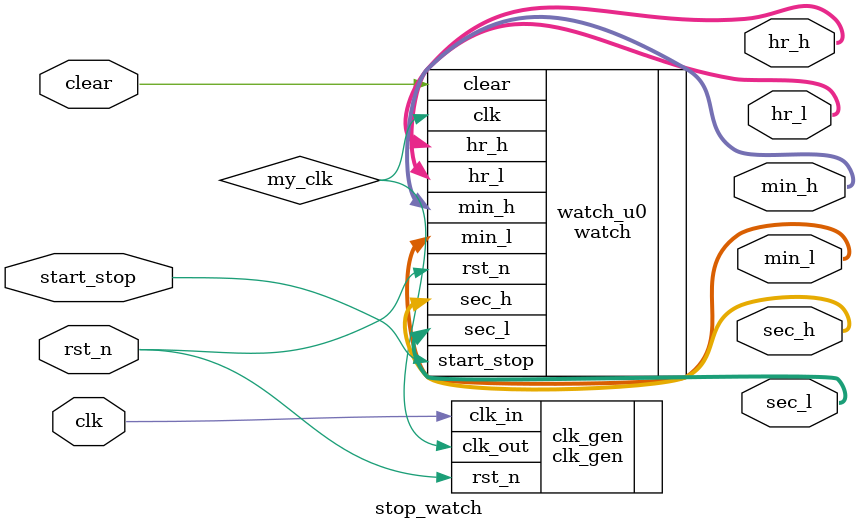
<source format=v>
/*
 * @Author: WenJiaBao-2022E8020282071
 * @Date: 2022-10-12 23:23:12
 * @LastEditTime: 2022-10-13 09:28:41
 * @Description: 
 * 
 * Copyright (c) 2022 by WenJiaBao wenjiabao0919@163.com, All Rights Reserved. 
 */

 module stop_watch(
    input               clk,
    input               rst_n,
    input               clear,
    input               start_stop,
    output  [3:0]       hr_h,
    output  [3:0]       hr_l,
    output  [3:0]       min_h,
    output  [3:0]       min_l,
    output  [3:0]       sec_h,
    output  [3:0]       sec_l
 );
    wire my_clk;

    watch   watch_u0(
        .clk        (my_clk),
        .rst_n      (rst_n),
        .clear      (clear),
        .start_stop (start_stop),
        .hr_h       (hr_h),
        .hr_l       (hr_l),
        .min_h      (min_h),
        .min_l      (min_l),
        .sec_h      (sec_h),
        .sec_l      (sec_l)
    );


    clk_gen clk_gen(
        .clk_in  (clk),
        .rst_n   (rst_n),
        .clk_out (my_clk)
    );

 endmodule
 


</source>
